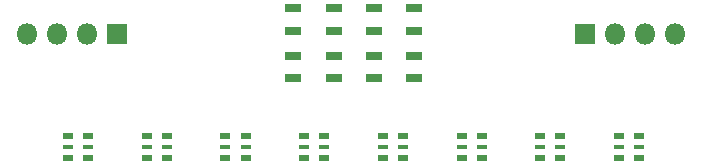
<source format=gts>
G04 #@! TF.FileFunction,Soldermask,Top*
%FSLAX46Y46*%
G04 Gerber Fmt 4.6, Leading zero omitted, Abs format (unit mm)*
G04 Created by KiCad (PCBNEW 4.0.6) date Thu Jun 20 17:11:49 2019*
%MOMM*%
%LPD*%
G01*
G04 APERTURE LIST*
%ADD10C,0.100000*%
%ADD11R,0.901600X0.601600*%
%ADD12R,0.901600X0.401600*%
%ADD13R,1.801600X1.801600*%
%ADD14O,1.801600X1.801600*%
%ADD15R,1.401600X0.801600*%
G04 APERTURE END LIST*
D10*
D11*
X105810000Y-112870000D03*
D12*
X105810000Y-113770000D03*
D11*
X105810000Y-114670000D03*
X107510000Y-114670000D03*
D12*
X107510000Y-113770000D03*
D11*
X107510000Y-112870000D03*
X112480000Y-112870000D03*
D12*
X112480000Y-113770000D03*
D11*
X112480000Y-114670000D03*
X114180000Y-114670000D03*
D12*
X114180000Y-113770000D03*
D11*
X114180000Y-112870000D03*
X119150000Y-112870000D03*
D12*
X119150000Y-113770000D03*
D11*
X119150000Y-114670000D03*
X120850000Y-114670000D03*
D12*
X120850000Y-113770000D03*
D11*
X120850000Y-112870000D03*
X125810000Y-112870000D03*
D12*
X125810000Y-113770000D03*
D11*
X125810000Y-114670000D03*
X127510000Y-114670000D03*
D12*
X127510000Y-113770000D03*
D11*
X127510000Y-112870000D03*
X132480000Y-112870000D03*
D12*
X132480000Y-113770000D03*
D11*
X132480000Y-114670000D03*
X134180000Y-114670000D03*
D12*
X134180000Y-113770000D03*
D11*
X134180000Y-112870000D03*
X139150000Y-112870000D03*
D12*
X139150000Y-113770000D03*
D11*
X139150000Y-114670000D03*
X140850000Y-114670000D03*
D12*
X140850000Y-113770000D03*
D11*
X140850000Y-112870000D03*
X145810000Y-112870000D03*
D12*
X145810000Y-113770000D03*
D11*
X145810000Y-114670000D03*
X147510000Y-114670000D03*
D12*
X147510000Y-113770000D03*
D11*
X147510000Y-112870000D03*
X152480000Y-112870000D03*
D12*
X152480000Y-113770000D03*
D11*
X152480000Y-114670000D03*
X154180000Y-114670000D03*
D12*
X154180000Y-113770000D03*
D11*
X154180000Y-112870000D03*
D13*
X110000000Y-104250000D03*
D14*
X107460000Y-104250000D03*
X104920000Y-104250000D03*
X102380000Y-104250000D03*
D13*
X149630000Y-104250000D03*
D14*
X152170000Y-104250000D03*
X154710000Y-104250000D03*
X157250000Y-104250000D03*
D15*
X124900000Y-103950000D03*
X124900000Y-102050000D03*
X128300000Y-103950000D03*
X128300000Y-102050000D03*
X131700000Y-103950000D03*
X131700000Y-102050000D03*
X135100000Y-103950000D03*
X135100000Y-102050000D03*
X124900000Y-106050000D03*
X124900000Y-107950000D03*
X128300000Y-106050000D03*
X128300000Y-107950000D03*
X131700000Y-107950000D03*
X131700000Y-106050000D03*
X135100000Y-106050000D03*
X135100000Y-107950000D03*
M02*

</source>
